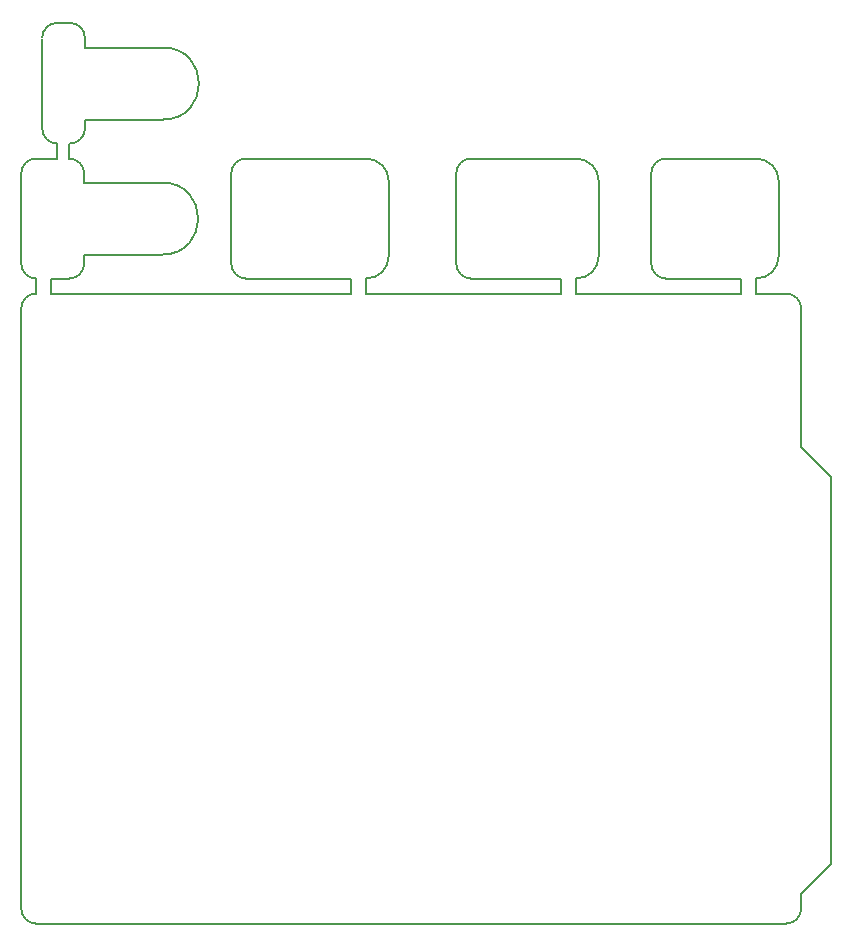
<source format=gm1>
G04 #@! TF.GenerationSoftware,KiCad,Pcbnew,5.0.2+dfsg1-1*
G04 #@! TF.CreationDate,2019-07-24T00:12:58-07:00*
G04 #@! TF.ProjectId,WeightAndMotionSensorShield,57656967-6874-4416-9e64-4d6f74696f6e,v01*
G04 #@! TF.SameCoordinates,Original*
G04 #@! TF.FileFunction,Profile,NP*
%FSLAX46Y46*%
G04 Gerber Fmt 4.6, Leading zero omitted, Abs format (unit mm)*
G04 Created by KiCad (PCBNEW 5.0.2+dfsg1-1) date Wed 24 Jul 2019 12:12:58 AM PDT*
%MOMM*%
%LPD*%
G01*
G04 APERTURE LIST*
%ADD10C,0.150000*%
G04 APERTURE END LIST*
D10*
X115125500Y-50101500D02*
G75*
G02X116395500Y-51371500I0J-1270000D01*
G01*
X116395500Y-59055000D02*
G75*
G02X115125500Y-60325000I-1270000J0D01*
G01*
X122999500Y-52197000D02*
G75*
G02X122999500Y-58293000I0J-3048000D01*
G01*
X116395500Y-52197000D02*
X116395500Y-51371500D01*
X112776000Y-59055000D02*
X112776000Y-51435000D01*
X116395500Y-58293000D02*
X116395500Y-59055000D01*
X114046000Y-60325000D02*
G75*
G02X112776000Y-59055000I0J1270000D01*
G01*
X122999500Y-58293000D02*
X116395500Y-58293000D01*
X115125500Y-50101500D02*
X114046000Y-50101500D01*
X122999500Y-52197000D02*
X116395500Y-52197000D01*
X112776000Y-51371500D02*
G75*
G02X114046000Y-50101500I1270000J0D01*
G01*
X115062000Y-60325000D02*
X115062000Y-61595000D01*
X114046000Y-60325000D02*
X114046000Y-61595000D01*
X122936000Y-63627000D02*
G75*
G02X122936000Y-69723000I0J-3048000D01*
G01*
X115062000Y-61595000D02*
G75*
G02X116332000Y-62865000I0J-1270000D01*
G01*
X116332000Y-63627000D02*
X116332000Y-62865000D01*
X116332000Y-69723000D02*
X116332000Y-70485000D01*
X122936000Y-69723000D02*
X116332000Y-69723000D01*
X122936000Y-63627000D02*
X116332000Y-63627000D01*
X116332000Y-70485000D02*
G75*
G02X115062000Y-71755000I-1270000J0D01*
G01*
X112268000Y-71755000D02*
G75*
G02X110998000Y-70485000I0J1270000D01*
G01*
X114046000Y-61595000D02*
X112268000Y-61595000D01*
X110998000Y-62865000D02*
G75*
G02X112268000Y-61595000I1270000J0D01*
G01*
X110998000Y-70485000D02*
X110998000Y-62865000D01*
X113538000Y-71755000D02*
X115062000Y-71755000D01*
X122428000Y-73025000D02*
X113538000Y-73025000D01*
X113538000Y-71755000D02*
X113538000Y-73025000D01*
X112268000Y-71755000D02*
X112268000Y-73025000D01*
X175768000Y-73025000D02*
G75*
G02X177038000Y-74295000I0J-1270000D01*
G01*
X177038000Y-125095000D02*
G75*
G02X175768000Y-126365000I-1270000J0D01*
G01*
X112268000Y-126365000D02*
G75*
G02X110998000Y-125095000I0J1270000D01*
G01*
X110998000Y-74295000D02*
G75*
G02X112268000Y-73025000I1270000J0D01*
G01*
X156718000Y-73025000D02*
X140208000Y-73025000D01*
X130048000Y-71755000D02*
G75*
G02X128778000Y-70485000I0J1270000D01*
G01*
X140208000Y-61595000D02*
G75*
G02X142113000Y-63500000I0J-1905000D01*
G01*
X138938000Y-71755000D02*
X138938000Y-73025000D01*
X140208000Y-71755000D02*
X140208000Y-73025000D01*
X130048000Y-71755000D02*
X138938000Y-71755000D01*
X142113000Y-69850000D02*
G75*
G02X140208000Y-71755000I-1905000J0D01*
G01*
X128778000Y-70485000D02*
X128778000Y-62865000D01*
X128778000Y-62865000D02*
G75*
G02X130048000Y-61595000I1270000J0D01*
G01*
X142113000Y-63500000D02*
X142113000Y-69850000D01*
X140208000Y-61595000D02*
X130048000Y-61595000D01*
X157988000Y-73025000D02*
X171958000Y-73025000D01*
X149098000Y-71755000D02*
X156718000Y-71755000D01*
X147828000Y-70485000D02*
X147828000Y-62865000D01*
X159893000Y-63500000D02*
X159893000Y-69850000D01*
X157988000Y-61595000D02*
X149098000Y-61595000D01*
X157988000Y-71755000D02*
X157988000Y-73025000D01*
X156718000Y-71755000D02*
X156718000Y-73025000D01*
X159893000Y-69850000D02*
G75*
G02X157988000Y-71755000I-1905000J0D01*
G01*
X157988000Y-61595000D02*
G75*
G02X159893000Y-63500000I0J-1905000D01*
G01*
X149098000Y-71755000D02*
G75*
G02X147828000Y-70485000I0J1270000D01*
G01*
X147828000Y-62865000D02*
G75*
G02X149098000Y-61595000I1270000J0D01*
G01*
X173228000Y-73025000D02*
X175768000Y-73025000D01*
X171958000Y-71755000D02*
X171958000Y-73025000D01*
X173228000Y-71755000D02*
X173228000Y-73025000D01*
X165608000Y-71755000D02*
G75*
G02X164338000Y-70485000I0J1270000D01*
G01*
X164338000Y-62865000D02*
G75*
G02X165608000Y-61595000I1270000J0D01*
G01*
X173228000Y-61595000D02*
G75*
G02X175133000Y-63500000I0J-1905000D01*
G01*
X175133000Y-69850000D02*
G75*
G02X173228000Y-71755000I-1905000J0D01*
G01*
X164338000Y-70485000D02*
X164338000Y-62865000D01*
X175133000Y-63500000D02*
X175133000Y-69850000D01*
X165608000Y-71755000D02*
X171958000Y-71755000D01*
X173228000Y-61595000D02*
X165608000Y-61595000D01*
X177038000Y-85979000D02*
X177038000Y-74295000D01*
X179578000Y-88519000D02*
X177038000Y-85979000D01*
X179578000Y-121285000D02*
X179578000Y-88519000D01*
X177038000Y-123825000D02*
X179578000Y-121285000D01*
X177038000Y-125095000D02*
X177038000Y-123825000D01*
X112268000Y-126365000D02*
X175768000Y-126365000D01*
X110998000Y-74295000D02*
X110998000Y-125095000D01*
X138938000Y-73025000D02*
X122428000Y-73025000D01*
M02*

</source>
